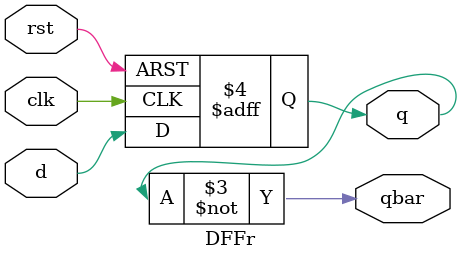
<source format=v>
module DFFr(d,clk,rst,q,qbar);

    input d, clk, rst;
    output reg q;
    output qbar;
    always @ (posedge(clk), posedge(rst))
    begin
        if (rst == 1'b1)
            q <= 1'b0;
        else 
            q <= d;
    end
    assign qbar = ~q;

endmodule
</source>
